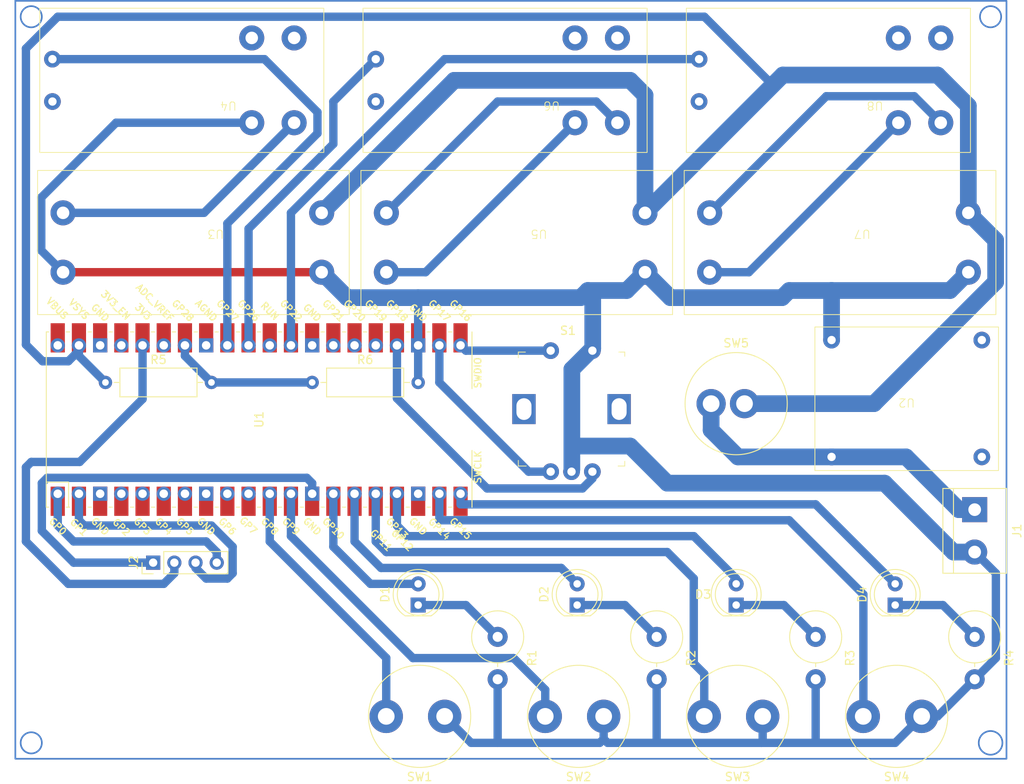
<source format=kicad_pcb>
(kicad_pcb (version 20221018) (generator pcbnew)
  (layers (0 "F.Cu" signal) (31 "B.Cu" signal) (34 "B.Paste" user) (35 "F.Paste" user) (36 "B.SilkS" user "B.Silkscreen") (37 "F.SilkS" user "F.Silkscreen") (38 "B.Mask" user) (39 "F.Mask" user) (44 "Edge.Cuts" user))
  (net 0 "")
  (net 1 "Net-(D1-K)")
  (net 2 "Net-(D2-K)")
  (net 3 "Net-(D3-K)")
  (net 4 "Net-(D4-K)")
  (net 5 "Net-(D4-A)")
  (net 6 "Net-(J1-Pin_1)")
  (net 7 "+BATT")
  (net 8 "GND")
  (net 10 "Net-(S1-CH_A)")
  (net 11 "Net-(S1-CH_B)")
  (net 12 "Net-(J2-Pin_4)")
  (net 13 "Net-(J2-Pin_3)")
  (net 14 "+3V3")
  (net 15 "Net-(U1-GPIO27_ADC1)")
  (net 25 "Net-(U1-GPIO26_ADC0)")
  (net 27 "Net-(U1-GPIO22)")
  (net 30 "Net-(U1-GPIO28_ADC2)")
  (net 36 "Net-(U3-Out+)")
  (net 40 "Net-(U5-Out-)")
  (net 41 "Net-(U5-Out+)")
  (net 45 "Net-(U7-Out-)")
  (net 46 "Net-(U7-Out+)")
  (net 51 "Net-(U1-GPIO16)")
  (net 54 "Net-(D1-A)")
  (net 55 "Net-(D2-A)")
  (net 56 "Net-(D3-A)")
  (net 57 "Net-(U1-GPIO8)")
  (net 58 "Net-(U1-GPIO12)")
  (net 59 "Net-(U1-GPIO14)")
  (net 61 "Net-(U1-GPIO9)")
  (net 62 "Net-(J2-Pin_1)")
  (footprint "MCU_RaspberryPi_and_Boards:RPi_Pico_SMD_TH" (layer "F.Cu") (at 114.3 68.58 90)
    (fp_text reference "U1" (at 0 0 90) (layer "F.SilkS"))
    (fp_text value "Pico")
    (fp_text user "GP22" (at 13.054 3.81 135) (layer "F.SilkS") (effects (font (size 0.8 0.8))))
    (fp_text user "GND" (at -12.8 6.35 135) (layer "F.SilkS") (effects (font (size 0.8 0.8))))
    (fp_text user "GP15" (at -13.054 24.13 135) (layer "F.SilkS") (effects (font (size 0.8 0.8))))
    (fp_text user "GP9" (at -12.8 3.81 135) (layer "F.SilkS") (effects (font (size 0.8 0.8))))
    (fp_text user "GP28" (at 13.054 -9.144 135) (layer "F.SilkS") (effects (font (size 0.8 0.8))))
    (fp_text user "3V3_EN" (at 13.7 -17.2 135) (layer "F.SilkS") (effects (font (size 0.8 0.8))))
    (fp_text user "VSYS" (at 13.2 -21.59 135) (layer "F.SilkS") (effects (font (size 0.8 0.8))))
    (fp_text user "GND" (at 12.8 -19.05 135) (layer "F.SilkS") (effects (font (size 0.8 0.8))))
    (fp_text user "GP14" (at -13.1 21.59 135) (layer "F.SilkS") (effects (font (size 0.8 0.8))))
    (fp_text user "GP16" (at 13.054 24.13 135) (layer "F.SilkS") (effects (font (size 0.8 0.8))))
    (fp_text user "GND" (at -12.8 19.05 135) (layer "F.SilkS") (effects (font (size 0.8 0.8))))
    (fp_text user "AGND" (at 13.054 -6.35 135) (layer "F.SilkS") (effects (font (size 0.8 0.8))))
    (fp_text user "GP7" (at -12.7 -1.3 135) (layer "F.SilkS") (effects (font (size 0.8 0.8))))
    (fp_text user "GP0" (at -12.8 -24.13 135) (layer "F.SilkS") (effects (font (size 0.8 0.8))))
    (fp_text user "SWCLK" (at -5.7 26.2 90) (layer "F.SilkS") (effects (font (size 0.8 0.8))))
    (fp_text user "GP21" (at 13.054 8.9 135) (layer "F.SilkS") (effects (font (size 0.8 0.8))))
    (fp_text user "SWDIO" (at 5.6 26.2 90) (layer "F.SilkS") (effects (font (size 0.8 0.8))))
    (fp_text user "GND" (at -12.8 -6.35 135) (layer "F.SilkS") (effects (font (size 0.8 0.8))))
    (fp_text user "GP6" (at -12.8 -3.81 135) (layer "F.SilkS") (effects (font (size 0.8 0.8))))
    (fp_text user "GP17" (at 13.054 21.59 135) (layer "F.SilkS") (effects (font (size 0.8 0.8))))
    (fp_text user "GP18" (at 13.054 16.51 135) (layer "F.SilkS") (effects (font (size 0.8 0.8))))
    (fp_text user "GP12" (at -14.47 17.145 135) (layer "F.SilkS") (effects (font (size 0.8 0.8))))
    (fp_text user "GP20" (at 13.054 11.43 135) (layer "F.SilkS") (effects (font (size 0.8 0.8))))
    (fp_text user "GP11" (at -14.47 14.605 135) (layer "F.SilkS") (effects (font (size 0.8 0.8))))
    (fp_text user "GP10" (at -13.054 8.89 135) (layer "F.SilkS") (effects (font (size 0.8 0.8))))
    (fp_text user "ADC_VREF" (at 14 -12.5 135) (layer "F.SilkS") (effects (font (size 0.8 0.8))))
    (fp_text user "GP4" (at -12.8 -11.43 135) (layer "F.SilkS") (effects (font (size 0.8 0.8))))
    (fp_text user "GP13" (at -13.054 16.51 135) (layer "F.SilkS") (effects (font (size 0.8 0.8))))
    (fp_text user "GP19" (at 13.054 13.97 135) (layer "F.SilkS") (effects (font (size 0.8 0.8))))
    (fp_text user "GP5" (at -12.8 -8.89 135) (layer "F.SilkS") (effects (font (size 0.8 0.8))))
    (fp_text user "GP2" (at -12.9 -16.51 135) (layer "F.SilkS") (effects (font (size 0.8 0.8))))
    (fp_text user "GP3" (at -12.8 -13.97 135) (layer "F.SilkS") (effects (font (size 0.8 0.8))))
    (fp_text user "GP27" (at 13.054 -3.8 135) (layer "F.SilkS") (effects (font (size 0.8 0.8))))
    (fp_text user "GND" (at 12.8 6.35 135) (layer "F.SilkS") (effects (font (size 0.8 0.8))))
    (fp_text user "VBUS" (at 13.3 -24.2 135) (layer "F.SilkS") (effects (font (size 0.8 0.8))))
    (fp_text user "GND" (at 12.8 19.05 135) (layer "F.SilkS") (effects (font (size 0.8 0.8))))
    (fp_text user "GP26" (at 13.054 -1.27 135) (layer "F.SilkS") (effects (font (size 0.8 0.8))))
    (fp_text user "GND" (at -12.8 -19.05 135) (layer "F.SilkS") (effects (font (size 0.8 0.8))))
    (fp_text user "RUN" (at 13 1.27 135) (layer "F.SilkS") (effects (font (size 0.8 0.8))))
    (fp_text user "GP1" (at -12.9 -21.6 135) (layer "F.SilkS") (effects (font (size 0.8 0.8))))
    (fp_text user "GP8" (at -12.8 1.27 135) (layer "F.SilkS") (effects (font (size 0.8 0.8))))
    (fp_text user "3V3" (at 12.9 -13.9 135) (layer "F.SilkS") (effects (font (size 0.8 0.8))))
    (pad "" np_thru_hole oval (at -2.725 -24 90) (size 1.8 1.8) (drill 1.8) (layers "*.Cu" "*.Mask"))
    (pad "" np_thru_hole oval (at -2.425 -20.97 90) (size 1.5 1.5) (drill 1.5) (layers "*.Cu" "*.Mask"))
    (pad "" np_thru_hole oval (at 2.425 -20.97 90) (size 1.5 1.5) (drill 1.5) (layers "*.Cu" "*.Mask"))
    (pad "" np_thru_hole oval (at 2.725 -24 90) (size 1.8 1.8) (drill 1.8) (layers "*.Cu" "*.Mask"))
    (pad "1" thru_hole oval (at -8.89 -24.13 90) (size 1.7 1.7) (drill 1.02) (layers "*.Cu" "*.Mask") (net 12 "Net-(J2-Pin_4)"))
    (pad "1" smd rect (at -8.89 -24.13 90) (size 3.5 1.7) (drill (offset -0.9 0)) (layers "F.Cu" "F.Mask") (net 12 "Net-(J2-Pin_4)"))
    (pad "2" thru_hole oval (at -8.89 -21.59 90) (size 1.7 1.7) (drill 1.02) (layers "*.Cu" "*.Mask") (net 13 "Net-(J2-Pin_3)"))
    (pad "2" smd rect (at -8.89 -21.59 90) (size 3.5 1.7) (drill (offset -0.9 0)) (layers "F.Cu" "F.Mask") (net 13 "Net-(J2-Pin_3)"))
    (pad "3" thru_hole rect (at -8.89 -19.05 90) (size 1.7 1.7) (drill 1.02) (layers "*.Cu" "*.Mask"))
    (pad "3" smd rect (at -8.89 -19.05 90) (size 3.5 1.7) (drill (offset -0.9 0)) (layers "F.Cu" "F.Mask"))
    (pad "4" thru_hole oval (at -8.89 -16.51 90) (size 1.7 1.7) (drill 1.02) (layers "*.Cu" "*.Mask"))
    (pad "4" smd rect (at -8.89 -16.51 90) (size 3.5 1.7) (drill (offset -0.9 0)) (layers "F.Cu" "F.Mask"))
    (pad "5" thru_hole oval (at -8.89 -13.97 90) (size 1.7 1.7) (drill 1.02) (layers "*.Cu" "*.Mask"))
    (pad "5" smd rect (at -8.89 -13.97 90) (size 3.5 1.7) (drill (offset -0.9 0)) (layers "F.Cu" "F.Mask"))
    (pad "6" thru_hole oval (at -8.89 -11.43 90) (size 1.7 1.7) (drill 1.02) (layers "*.Cu" "*.Mask"))
    (pad "6" smd rect (at -8.89 -11.43 90) (size 3.5 1.7) (drill (offset -0.9 0)) (layers "F.Cu" "F.Mask"))
    (pad "7" thru_hole oval (at -8.89 -8.89 90) (size 1.7 1.7) (drill 1.02) (layers "*.Cu" "*.Mask"))
    (pad "7" smd rect (at -8.89 -8.89 90) (size 3.5 1.7) (drill (offset -0.9 0)) (layers "F.Cu" "F.Mask"))
    (pad "8" thru_hole rect (at -8.89 -6.35 90) (size 1.7 1.7) (drill 1.02) (layers "*.Cu" "*.Mask"))
    (pad "8" smd rect (at -8.89 -6.35 90) (size 3.5 1.7) (drill (offset -0.9 0)) (layers "F.Cu" "F.Mask"))
    (pad "9" thru_hole oval (at -8.89 -3.81 90) (size 1.7 1.7) (drill 1.02) (layers "*.Cu" "*.Mask"))
    (pad "9" smd rect (at -8.89 -3.81 90) (size 3.5 1.7) (drill (offset -0.9 0)) (layers "F.Cu" "F.Mask"))
    (pad "10" thru_hole oval (at -8.89 -1.27 90) (size 1.7 1.7) (drill 1.02) (layers "*.Cu" "*.Mask"))
    (pad "10" smd rect (at -8.89 -1.27 90) (size 3.5 1.7) (drill (offset -0.9 0)) (layers "F.Cu" "F.Mask"))
    (pad "11" thru_hole oval (at -8.89 1.27 90) (size 1.7 1.7) (drill 1.02) (layers "*.Cu" "*.Mask") (net 57 "Net-(U1-GPIO8)"))
    (pad "11" smd rect (at -8.89 1.27 90) (size 3.5 1.7) (drill (offset -0.9 0)) (layers "F.Cu" "F.Mask") (net 57 "Net-(U1-GPIO8)"))
    (pad "12" thru_hole oval (at -8.89 3.81 90) (size 1.7 1.7) (drill 1.02) (layers "*.Cu" "*.Mask") (net 61 "Net-(U1-GPIO9)"))
    (pad "12" smd rect (at -8.89 3.81 90) (size 3.5 1.7) (drill (offset -0.9 0)) (layers "F.Cu" "F.Mask") (net 61 "Net-(U1-GPIO9)"))
    (pad "13" thru_hole rect (at -8.89 6.35 90) (size 1.7 1.7) (drill 1.02) (layers "*.Cu" "*.Mask") (net 62 "Net-(J2-Pin_1)"))
    (pad "13" smd rect (at -8.89 6.35 90) (size 3.5 1.7) (drill (offset -0.9 0)) (layers "F.Cu" "F.Mask") (net 62 "Net-(J2-Pin_1)"))
    (pad "14" thru_hole oval (at -8.89 8.89 90) (size 1.7 1.7) (drill 1.02) (layers "*.Cu" "*.Mask") (net 54 "Net-(D1-A)"))
    (pad "14" smd rect (at -8.89 8.89 90) (size 3.5 1.7) (drill (offset -0.9 0)) (layers "F.Cu" "F.Mask") (net 54 "Net-(D1-A)"))
    (pad "15" thru_hole oval (at -8.89 11.43 90) (size 1.7 1.7) (drill 1.02) (layers "*.Cu" "*.Mask") (net 55 "Net-(D2-A)"))
    (pad "15" smd rect (at -8.89 11.43 90) (size 3.5 1.7) (drill (offset -0.9 0)) (layers "F.Cu" "F.Mask") (net 55 "Net-(D2-A)"))
    (pad "16" thru_hole oval (at -8.89 13.97 90) (size 1.7 1.7) (drill 1.02) (layers "*.Cu" "*.Mask") (net 58 "Net-(U1-GPIO12)"))
    (pad "16" smd rect (at -8.89 13.97 90) (size 3.5 1.7) (drill (offset -0.9 0)) (layers "F.Cu" "F.Mask") (net 58 "Net-(U1-GPIO12)"))
    (pad "17" thru_hole oval (at -8.89 16.51 90) (size 1.7 1.7) (drill 1.02) (layers "*.Cu" "*.Mask") (net 56 "Net-(D3-A)"))
    (pad "17" smd rect (at -8.89 16.51 90) (size 3.5 1.7) (drill (offset -0.9 0)) (layers "F.Cu" "F.Mask") (net 56 "Net-(D3-A)"))
    (pad "18" thru_hole rect (at -8.89 19.05 90) (size 1.7 1.7) (drill 1.02) (layers "*.Cu" "*.Mask"))
    (pad "18" smd rect (at -8.89 19.05 90) (size 3.5 1.7) (drill (offset -0.9 0)) (layers "F.Cu" "F.Mask"))
    (pad "19" thru_hole oval (at -8.89 21.59 90) (size 1.7 1.7) (drill 1.02) (layers "*.Cu" "*.Mask") (net 59 "Net-(U1-GPIO14)"))
    (pad "19" smd rect (at -8.89 21.59 90) (size 3.5 1.7) (drill (offset -0.9 0)) (layers "F.Cu" "F.Mask") (net 59 "Net-(U1-GPIO14)"))
    (pad "20" thru_hole oval (at -8.89 24.13 90) (size 1.7 1.7) (drill 1.02) (layers "*.Cu" "*.Mask") (net 5 "Net-(D4-A)"))
    (pad "20" smd rect (at -8.89 24.13 90) (size 3.5 1.7) (drill (offset -0.9 0)) (layers "F.Cu" "F.Mask") (net 5 "Net-(D4-A)"))
    (pad "21" thru_hole oval (at 8.89 24.13 90) (size 1.7 1.7) (drill 1.02) (layers "*.Cu" "*.Mask") (net 51 "Net-(U1-GPIO16)"))
    (pad "21" smd rect (at 8.89 24.13 90) (size 3.5 1.7) (drill (offset 0.9 0)) (layers "F.Cu" "F.Mask") (net 51 "Net-(U1-GPIO16)"))
    (pad "22" thru_hole oval (at 8.89 21.59 90) (size 1.7 1.7) (drill 1.02) (layers "*.Cu" "*.Mask") (net 10 "Net-(S1-CH_A)"))
    (pad "22" smd rect (at 8.89 21.59 90) (size 3.5 1.7) (drill (offset 0.9 0)) (layers "F.Cu" "F.Mask") (net 10 "Net-(S1-CH_A)"))
    (pad "23" thru_hole rect (at 8.89 19.05 90) (size 1.7 1.7) (drill 1.02) (layers "*.Cu" "*.Mask") (net 8 "GND"))
    (pad "23" smd rect (at 8.89 19.05 90) (size 3.5 1.7) (drill (offset 0.9 0)) (layers "F.Cu" "F.Mask") (net 8 "GND"))
    (pad "24" thru_hole oval (at 8.89 16.51 90) (size 1.7 1.7) (drill 1.02) (layers "*.Cu" "*.Mask") (net 11 "Net-(S1-CH_B)"))
    (pad "24" smd rect (at 8.89 16.51 90) (size 3.5 1.7) (drill (offset 0.9 0)) (layers "F.Cu" "F.Mask") (net 11 "Net-(S1-CH_B)"))
    (pad "25" thru_hole oval (at 8.89 13.97 90) (size 1.7 1.7) (drill 1.02) (layers "*.Cu" "*.Mask"))
    (pad "25" smd rect (at 8.89 13.97 90) (size 3.5 1.7) (drill (offset 0.9 0)) (layers "F.Cu" "F.Mask"))
    (pad "26" thru_hole oval (at 8.89 11.43 90) (size 1.7 1.7) (drill 1.02) (layers "*.Cu" "*.Mask"))
    (pad "26" smd rect (at 8.89 11.43 90) (size 3.5 1.7) (drill (offset 0.9 0)) (layers "F.Cu" "F.Mask"))
    (pad "27" thru_hole oval (at 8.89 8.89 90) (size 1.7 1.7) (drill 1.02) (layers "*.Cu" "*.Mask"))
    (pad "27" smd rect (at 8.89 8.89 90) (size 3.5 1.7) (drill (offset 0.9 0)) (layers "F.Cu" "F.Mask"))
    (pad "28" thru_hole rect (at 8.89 6.35 90) (size 1.7 1.7) (drill 1.02) (layers "*.Cu" "*.Mask"))
    (pad "28" smd rect (at 8.89 6.35 90) (size 3.5 1.7) (drill (offset 0.9 0)) (layers "F.Cu" "F.Mask"))
    (pad "29" thru_hole oval (at 8.89 3.81 90) (size 1.7 1.7) (drill 1.02) (layers "*.Cu" "*.Mask") (net 27 "Net-(U1-GPIO22)"))
    (pad "29" smd rect (at 8.89 3.81 90) (size 3.5 1.7) (drill (offset 0.9 0)) (layers "F.Cu" "F.Mask") (net 27 "Net-(U1-GPIO22)"))
    (pad "30" thru_hole oval (at 8.89 1.27 90) (size 1.7 1.7) (drill 1.02) (layers "*.Cu" "*.Mask"))
    (pad "30" smd rect (at 8.89 1.27 90) (size 3.5 1.7) (drill (offset 0.9 0)) (layers "F.Cu" "F.Mask"))
    (pad "31" thru_hole oval (at 8.89 -1.27 90) (size 1.7 1.7) (drill 1.02) (layers "*.Cu" "*.Mask") (net 25 "Net-(U1-GPIO26_ADC0)"))
    (pad "31" smd rect (at 8.89 -1.27 90) (size 3.5 1.7) (drill (offset 0.9 0)) (layers "F.Cu" "F.Mask") (net 25 "Net-(U1-GPIO26_ADC0)"))
    (pad "32" thru_hole oval (at 8.89 -3.81 90) (size 1.7 1.7) (drill 1.02) (layers "*.Cu" "*.Mask") (net 15 "Net-(U1-GPIO27_ADC1)"))
    (pad "32" smd rect (at 8.89 -3.81 90) (size 3.5 1.7) (drill (offset 0.9 0)) (layers "F.Cu" "F.Mask") (net 15 "Net-(U1-GPIO27_ADC1)"))
    (pad "33" thru_hole rect (at 8.89 -6.35 90) (size 1.7 1.7) (drill 1.02) (layers "*.Cu" "*.Mask"))
    (pad "33" smd rect (at 8.89 -6.35 90) (size 3.5 1.7) (drill (offset 0.9 0)) (layers "F.Cu" "F.Mask"))
    (pad "34" thru_hole oval (at 8.89 -8.89 90) (size 1.7 1.7) (drill 1.02) (layers "*.Cu" "*.Mask") (net 30 "Net-(U1-GPIO28_ADC2)"))
    (pad "34" smd rect (at 8.89 -8.89 90) (size 3.5 1.7) (drill (offset 0.9 0)) (layers "F.Cu" "F.Mask") (net 30 "Net-(U1-GPIO28_ADC2)"))
    (pad "35" thru_hole oval (at 8.89 -11.43 90) (size 1.7 1.7) (drill 1.02) (layers "*.Cu" "*.Mask"))
    (pad "35" smd rect (at 8.89 -11.43 90) (size 3.5 1.7) (drill (offset 0.9 0)) (layers "F.Cu" "F.Mask"))
    (pad "36" thru_hole oval (at 8.89 -13.97 90) (size 1.7 1.7) (drill 1.02) (layers "*.Cu" "*.Mask") (net 14 "+3V3"))
    (pad "36" smd rect (at 8.89 -13.97 90) (size 3.5 1.7) (drill (offset 0.9 0)) (layers "F.Cu" "F.Mask") (net 14 "+3V3"))
    (pad "37" thru_hole oval (at 8.89 -16.51 90) (size 1.7 1.7) (drill 1.02) (layers "*.Cu" "*.Mask"))
    (pad "37" smd rect (at 8.89 -16.51 90) (size 3.5 1.7) (drill (offset 0.9 0)) (layers "F.Cu" "F.Mask"))
    (pad "38" thru_hole rect (at 8.89 -19.05 90) (size 1.7 1.7) (drill 1.02) (layers "*.Cu" "*.Mask"))
    (pad "38" smd rect (at 8.89 -19.05 90) (size 3.5 1.7) (drill (offset 0.9 0)) (layers "F.Cu" "F.Mask"))
    (pad "39" thru_hole oval (at 8.89 -21.59 90) (size 1.7 1.7) (drill 1.02) (layers "*.Cu" "*.Mask") (net 7 "+BATT"))
    (pad "39" smd rect (at 8.89 -21.59 90) (size 3.5 1.7) (drill (offset 0.9 0)) (layers "F.Cu" "F.Mask") (net 7 "+BATT"))
    (pad "40" thru_hole oval (at 8.89 -24.13 90) (size 1.7 1.7) (drill 1.02) (layers "*.Cu" "*.Mask"))
    (pad "40" smd rect (at 8.89 -24.13 90) (size 3.5 1.7) (drill (offset 0.9 0)) (layers "F.Cu" "F.Mask"))
  )
  (footprint "LED_THT:LED_D5.0mm" (layer "F.Cu") (at 171.45 90.805 90)
    (fp_text reference "D3" (at 1.27 -3.96 180) (layer "F.SilkS"))
    (fp_text value "LED3")
    (pad "1" thru_hole rect (at 0 0 90) (size 1.8 1.8) (drill 0.9) (layers "*.Cu" "*.Mask") (net 3 "Net-(D3-K)"))
    (pad "2" thru_hole circle (at 2.54 0 90) (size 1.8 1.8) (drill 0.9) (layers "*.Cu" "*.Mask") (net 56 "Net-(D3-A)"))
  )
  (footprint "Inductor_THT:L_Radial_D12.0mm_P6.00mm_MuRATA_1900R" (layer "F.Cu") (at 155.575 104.14 180)
    (fp_text reference "SW2" (at 3 -7.25) (layer "F.SilkS"))
    (fp_text value "BUTTON2")
    (pad "1" thru_hole circle (at 0 0 180) (size 4 4) (drill 2) (layers "*.Cu" "*.Mask") (net 8 "GND"))
    (pad "2" thru_hole circle (at 7 0 180) (size 4 4) (drill 2) (layers "*.Cu" "*.Mask") (net 61 "Net-(U1-GPIO9)"))
  )
  (footprint "Resistor_THT:R_Axial_DIN0617_L17.0mm_D6.0mm_P5.08mm_Vertical" (layer "F.Cu") (at 200.025 94.615 -90)
    (fp_text reference "R4" (at 2.54 -4.12 90) (layer "F.SilkS"))
    (fp_text value "R")
    (pad "1" thru_hole circle (at 0 0 270) (size 2.4 2.4) (drill 1.2) (layers "*.Cu" "*.Mask") (net 4 "Net-(D4-K)"))
    (pad "2" thru_hole oval (at 5.08 0 270) (size 2.4 2.4) (drill 1.2) (layers "*.Cu" "*.Mask") (net 8 "GND"))
  )
  (footprint "Connector_PinHeader_2.54mm:PinHeader_1x04_P2.54mm_Vertical" (layer "F.Cu") (at 101.6 85.725 90)
    (fp_text reference "J2" (at 0 -2.33 90) (layer "F.SilkS"))
    (fp_text value "Conn_01x04_Female")
    (pad "1" thru_hole rect (at 0 0 90) (size 1.7 1.7) (drill 1) (layers "*.Cu" "*.Mask") (net 62 "Net-(J2-Pin_1)"))
    (pad "2" thru_hole oval (at 0 2.54 90) (size 1.7 1.7) (drill 1) (layers "*.Cu" "*.Mask") (net 14 "+3V3"))
    (pad "3" thru_hole oval (at 0 5.08 90) (size 1.7 1.7) (drill 1) (layers "*.Cu" "*.Mask") (net 13 "Net-(J2-Pin_3)"))
    (pad "4" thru_hole oval (at 0 7.62 90) (size 1.7 1.7) (drill 1) (layers "*.Cu" "*.Mask") (net 12 "Net-(J2-Pin_4)"))
  )
  (footprint "Resistor_THT:R_Axial_DIN0617_L17.0mm_D6.0mm_P5.08mm_Vertical" (layer "F.Cu") (at 142.875 94.615 -90)
    (fp_text reference "R1" (at 2.54 -4.12 90) (layer "F.SilkS"))
    (fp_text value "R")
    (pad "1" thru_hole circle (at 0 0 270) (size 2.4 2.4) (drill 1.2) (layers "*.Cu" "*.Mask") (net 1 "Net-(D1-K)"))
    (pad "2" thru_hole oval (at 5.08 0 270) (size 2.4 2.4) (drill 1.2) (layers "*.Cu" "*.Mask") (net 8 "GND"))
  )
  (footprint "chinese_modules:charger" (layer "F.Cu") (at 191.88 66.055 180)
    (fp_text reference "U2" (at 0 -0.5 180 unlocked) (layer "F.SilkS") (effects (font (thickness 0.1))))
    (fp_text value "~")
    (pad "1" thru_hole circle (at -9 -7 180) (size 2 2) (drill 1) (layers "*.Cu" "*.Mask"))
    (pad "2" thru_hole circle (at -9 7 180) (size 2 2) (drill 1) (layers "*.Cu" "*.Mask"))
    (pad "3" thru_hole circle (at 9 -7 180) (size 2 2) (drill 1) (layers "*.Cu" "*.Mask") (net 6 "Net-(J1-Pin_1)"))
    (pad "4" thru_hole circle (at 9 7 180) (size 2 2) (drill 1) (layers "*.Cu" "*.Mask") (net 8 "GND"))
  )
  (footprint "digikey-footprints:Rotary_Encoder_Switched_PEC11R" (layer "F.Cu") (at 146.025 67.325)
    (fp_text reference "S1" (at 5.275 -9.4) (layer "F.SilkS"))
    (fp_text value "ENCODER")
    (pad "1" thru_hole circle (at 3.2 -7) (size 2 2) (drill 1) (layers "*.Cu" "*.Mask") (net 51 "Net-(U1-GPIO16)"))
    (pad "2" thru_hole circle (at 8.2 -7) (size 2 2) (drill 1) (layers "*.Cu" "*.Mask") (net 8 "GND"))
    (pad "3" thru_hole rect (at 0 0) (size 2.8 3.6) (drill oval 1.8 2.6) (layers "*.Cu" "*.Mask"))
    (pad "3" thru_hole rect (at 11.4 0) (size 2.8 3.6) (drill oval 1.8 2.6) (layers "*.Cu" "*.Mask"))
    (pad "A" thru_hole circle (at 3.2 7.5) (size 2 2) (drill 1) (layers "*.Cu" "*.Mask") (net 10 "Net-(S1-CH_A)"))
    (pad "B" thru_hole circle (at 8.2 7.5) (size 2 2) (drill 1) (layers "*.Cu" "*.Mask") (net 11 "Net-(S1-CH_B)"))
    (pad "C" thru_hole circle (at 5.7 7.5) (size 2 2) (drill 1) (layers "*.Cu" "*.Mask") (net 8 "GND"))
  )
  (footprint "chinese_modules:dc-dc module" (layer "F.Cu") (at 186.563 45.847 180)
    (fp_text reference "U7" (at 0 -0.5 180 unlocked) (layer "F.SilkS") (effects (font (thickness 0.1))))
    (fp_text value "~")
    (pad "1" thru_hole circle (at -12.7 -5.08 180) (size 3 3) (drill 1.5) (layers "*.Cu" "*.Mask") (net 8 "GND"))
    (pad "2" thru_hole circle (at -12.7 2.032 180) (size 3 3) (drill 1.5) (layers "*.Cu" "*.Mask") (net 7 "+BATT"))
    (pad "3" thru_hole circle (at 18.288 -5.08 180) (size 3 3) (drill 1.5) (layers "*.Cu" "*.Mask") (net 45 "Net-(U7-Out-)"))
    (pad "4" thru_hole circle (at 18.288 2.032 180) (size 3 3) (drill 1.5) (layers "*.Cu" "*.Mask") (net 46 "Net-(U7-Out+)"))
  )
  (footprint "Inductor_THT:L_Radial_D12.0mm_P6.00mm_MuRATA_1900R" (layer "F.Cu") (at 168.45 66.675)
    (fp_text reference "SW5" (at 3 -7.25) (layer "F.SilkS"))
    (fp_text value "POWER_SW")
    (pad "1" thru_hole circle (at 0 0) (size 3.5 3.5) (drill 2) (layers "*.Cu" "*.Mask") (net 6 "Net-(J1-Pin_1)"))
    (pad "2" thru_hole circle (at 4 0) (size 3.5 3.5) (drill 2) (layers "*.Cu" "*.Mask") (net 7 "+BATT"))
  )
  (footprint "chinese_modules:xy-mos" (layer "F.Cu") (at 199.517 19.304 180)
    (fp_text reference "U8" (at 11.43 -11.676 180 unlocked) (layer "F.SilkS") (effects (font (thickness 0.1))))
    (fp_text value "~")
    (pad "1" thru_hole circle (at 3.556 -13.716 180) (size 3 3) (drill 1.5) (layers "*.Cu" "*.Mask") (net 46 "Net-(U7-Out+)"))
    (pad "2" thru_hole circle (at 8.636 -13.716 180) (size 3 3) (drill 1.5) (layers "*.Cu" "*.Mask") (net 45 "Net-(U7-Out-)"))
    (pad "3" thru_hole circle (at 3.556 -3.556 180) (size 3 3) (drill 1.5) (layers "*.Cu" "*.Mask"))
    (pad "4" thru_hole circle (at 8.636 -3.556 180) (size 3 3) (drill 1.5) (layers "*.Cu" "*.Mask"))
    (pad "5" thru_hole circle (at 32.512 -11.176 180) (size 2 2) (drill 1) (layers "*.Cu" "*.Mask"))
    (pad "6" thru_hole circle (at 32.512 -6.096 180) (size 2 2) (drill 1) (layers "*.Cu" "*.Mask") (net 27 "Net-(U1-GPIO22)"))
  )
  (footprint "TerminalBlock:TerminalBlock_bornier-2_P5.08mm" (layer "F.Cu") (at 200.025 79.375 -90)
    (fp_text reference "J1" (at 2.54 -5.08 90) (layer "F.SilkS"))
    (fp_text value "BATTERY")
    (pad "1" thru_hole rect (at 0 0 270) (size 3 3) (drill 1.52) (layers "*.Cu" "*.Mask") (net 6 "Net-(J1-Pin_1)"))
    (pad "2" thru_hole circle (at 5.08 0 270) (size 3 3) (drill 1.52) (layers "*.Cu" "*.Mask") (net 8 "GND"))
  )
  (footprint "chinese_modules:xy-mos" (layer "F.Cu") (at 160.782 19.304 180)
    (fp_text reference "U6" (at 11.43 -11.676 180 unlocked) (layer "F.SilkS") (effects (font (thickness 0.1))))
    (fp_text value "~")
    (pad "1" thru_hole circle (at 3.556 -13.716 180) (size 3 3) (drill 1.5) (layers "*.Cu" "*.Mask") (net 41 "Net-(U5-Out+)"))
    (pad "2" thru_hole circle (at 8.636 -13.716 180) (size 3 3) (drill 1.5) (layers "*.Cu" "*.Mask") (net 40 "Net-(U5-Out-)"))
    (pad "3" thru_hole circle (at 3.556 -3.556 180) (size 3 3) (drill 1.5) (layers "*.Cu" "*.Mask"))
    (pad "4" thru_hole circle (at 8.636 -3.556 180) (size 3 3) (drill 1.5) (layers "*.Cu" "*.Mask"))
    (pad "5" thru_hole circle (at 32.512 -11.176 180) (size 2 2) (drill 1) (layers "*.Cu" "*.Mask"))
    (pad "6" thru_hole circle (at 32.512 -6.096 180) (size 2 2) (drill 1) (layers "*.Cu" "*.Mask") (net 25 "Net-(U1-GPIO26_ADC0)"))
  )
  (footprint "Inductor_THT:L_Radial_D12.0mm_P6.00mm_MuRATA_1900R" (layer "F.Cu") (at 136.525 104.14 180)
    (fp_text reference "SW1" (at 3 -7.25) (layer "F.SilkS"))
    (fp_text value "BUTTON1")
    (pad "1" thru_hole circle (at 0 0 180) (size 4 4) (drill 2) (layers "*.Cu" "*.Mask") (net 8 "GND"))
    (pad "2" thru_hole circle (at 7 0 180) (size 4 4) (drill 2) (layers "*.Cu" "*.Mask") (net 57 "Net-(U1-GPIO8)"))
  )
  (footprint "LED_THT:LED_D5.0mm" (layer "F.Cu") (at 133.35 90.805 90)
    (fp_text reference "D1" (at 1.27 -3.96 90) (layer "F.SilkS"))
    (fp_text value "LED1")
    (pad "1" thru_hole rect (at 0 0 90) (size 1.8 1.8) (drill 0.9) (layers "*.Cu" "*.Mask") (net 1 "Net-(D1-K)"))
    (pad "2" thru_hole circle (at 2.54 0 90) (size 1.8 1.8) (drill 0.9) (layers "*.Cu" "*.Mask") (net 54 "Net-(D1-A)"))
  )
  (footprint "LED_THT:LED_D5.0mm" (layer "F.Cu") (at 190.5 90.805 90)
    (fp_text reference "D4" (at 1.27 -3.96 90) (layer "F.SilkS"))
    (fp_text value "LED4")
    (pad "1" thru_hole rect (at 0 0 90) (size 1.8 1.8) (drill 0.9) (layers "*.Cu" "*.Mask") (net 4 "Net-(D4-K)"))
    (pad "2" thru_hole circle (at 2.54 0 90) (size 1.8 1.8) (drill 0.9) (layers "*.Cu" "*.Mask") (net 5 "Net-(D4-A)"))
  )
  (footprint "Resistor_THT:R_Axial_DIN0617_L17.0mm_D6.0mm_P5.08mm_Vertical" (layer "F.Cu") (at 180.975 94.615 -90)
    (fp_text reference "R3" (at 2.54 -4.12 90) (layer "F.SilkS"))
    (fp_text value "R")
    (pad "1" thru_hole circle (at 0 0 270) (size 2.4 2.4) (drill 1.2) (layers "*.Cu" "*.Mask") (net 3 "Net-(D3-K)"))
    (pad "2" thru_hole oval (at 5.08 0 270) (size 2.4 2.4) (drill 1.2) (layers "*.Cu" "*.Mask") (net 8 "GND"))
  )
  (footprint "Resistor_THT:R_Axial_DIN0309_L9.0mm_D3.2mm_P12.70mm_Horizontal" (layer "F.Cu") (at 120.65 64.135)
    (fp_text reference "R6" (at 6.35 -2.72) (layer "F.SilkS"))
    (fp_text value "R")
    (pad "1" thru_hole circle (at 0 0) (size 1.6 1.6) (drill 0.8) (layers "*.Cu" "*.Mask") (net 30 "Net-(U1-GPIO28_ADC2)"))
    (pad "2" thru_hole oval (at 12.7 0) (size 1.6 1.6) (drill 0.8) (layers "*.Cu" "*.Mask") (net 8 "GND"))
  )
  (footprint "LED_THT:LED_D5.0mm" (layer "F.Cu") (at 152.4 90.805 90)
    (fp_text reference "D2" (at 1.27 -3.96 90) (layer "F.SilkS"))
    (fp_text value "LED2")
    (pad "1" thru_hole rect (at 0 0 90) (size 1.8 1.8) (drill 0.9) (layers "*.Cu" "*.Mask") (net 2 "Net-(D2-K)"))
    (pad "2" thru_hole circle (at 2.54 0 90) (size 1.8 1.8) (drill 0.9) (layers "*.Cu" "*.Mask") (net 55 "Net-(D2-A)"))
  )
  (footprint "Inductor_THT:L_Radial_D12.0mm_P6.00mm_MuRATA_1900R" (layer "F.Cu") (at 174.625 104.14 180)
    (fp_text reference "SW3" (at 3 -7.25) (layer "F.SilkS"))
    (fp_text value "BUTTON3")
    (pad "1" thru_hole circle (at 0 0 180) (size 4 4) (drill 2) (layers "*.Cu" "*.Mask") (net 8 "GND"))
    (pad "2" thru_hole circle (at 7 0 180) (size 4 4) (drill 2) (layers "*.Cu" "*.Mask") (net 58 "Net-(U1-GPIO12)"))
  )
  (footprint "Resistor_THT:R_Axial_DIN0617_L17.0mm_D6.0mm_P5.08mm_Vertical" (layer "F.Cu") (at 161.925 94.615 -90)
    (fp_text reference "R2" (at 2.54 -4.12 90) (layer "F.SilkS"))
    (fp_text value "R")
    (pad "1" thru_hole circle (at 0 0 270) (size 2.4 2.4) (drill 1.2) (layers "*.Cu" "*.Mask") (net 2 "Net-(D2-K)"))
    (pad "2" thru_hole oval (at 5.08 0 270) (size 2.4 2.4) (drill 1.2) (layers "*.Cu" "*.Mask") (net 8 "GND"))
  )
  (footprint "chinese_modules:dc-dc module" (layer "F.Cu") (at 147.828 45.847 180)
    (fp_text reference "U5" (at 0 -0.5 180 unlocked) (layer "F.SilkS") (effects (font (thickness 0.1))))
    (fp_text value "~")
    (pad "1" thru_hole circle (at -12.7 -5.08 180) (size 3 3) (drill 1.5) (layers "*.Cu" "*.Mask") (net 8 "GND"))
    (pad "2" thru_hole circle (at -12.7 2.032 180) (size 3 3) (drill 1.5) (layers "*.Cu" "*.Mask") (net 7 "+BATT"))
    (pad "3" thru_hole circle (at 18.288 -5.08 180) (size 3 3) (drill 1.5) (layers "*.Cu" "*.Mask") (net 40 "Net-(U5-Out-)"))
    (pad "4" thru_hole circle (at 18.288 2.032 180) (size 3 3) (drill 1.5) (layers "*.Cu" "*.Mask") (net 41 "Net-(U5-Out+)"))
  )
  (footprint "chinese_modules:xy-mos" (layer "F.Cu") (at 122.047 19.304 180)
    (fp_text reference "U4" (at 11.43 -11.676 180 unlocked) (layer "F.SilkS") (effects (font (thickness 0.1))))
    (fp_text value "~")
    (pad "1" thru_hole circle (at 3.556 -13.716 180) (size 3 3) (drill 1.5) (layers "*.Cu" "*.Mask") (net 36 "Net-(U3-Out+)"))
    (pad "2" thru_hole circle (at 8.636 -13.716 180) (size 3 3) (drill 1.5) (layers "*.Cu" "*.Mask") (net 8 "GND"))
    (pad "3" thru_hole circle (at 3.556 -3.556 180) (size 3 3) (drill 1.5) (layers "*.Cu" "*.Mask"))
    (pad "4" thru_hole circle (at 8.636 -3.556 180) (size 3 3) (drill 1.5) (layers "*.Cu" "*.Mask"))
    (pad "5" thru_hole circle (at 32.512 -11.176 180) (size 2 2) (drill 1) (layers "*.Cu" "*.Mask"))
    (pad "6" thru_hole circle (at 32.512 -6.096 180) (size 2 2) (drill 1) (layers "*.Cu" "*.Mask") (net 15 "Net-(U1-GPIO27_ADC1)"))
  )
  (footprint "Inductor_THT:L_Radial_D12.0mm_P6.00mm_MuRATA_1900R" (layer "F.Cu") (at 193.675 104.14 180)
    (fp_text reference "SW4" (at 3 -7.25) (layer "F.SilkS"))
    (fp_text value "BUTTON4")
    (pad "1" thru_hole circle (at 0 0 180) (size 4 4) (drill 2) (layers "*.Cu" "*.Mask") (net 8 "GND"))
    (pad "2" thru_hole circle (at 7 0 180) (size 4 4) (drill 2) (layers "*.Cu" "*.Mask") (net 59 "Net-(U1-GPIO14)"))
  )
  (footprint "Resistor_THT:R_Axial_DIN0309_L9.0mm_D3.2mm_P12.70mm_Horizontal" (layer "F.Cu") (at 95.885 64.135)
    (fp_text reference "R5" (at 6.35 -2.72) (layer "F.SilkS"))
    (fp_text value "R")
    (pad "1" thru_hole circle (at 0 0) (size 1.6 1.6) (drill 0.8) (layers "*.Cu" "*.Mask") (net 7 "+BATT"))
    (pad "2" thru_hole oval (at 12.7 0) (size 1.6 1.6) (drill 0.8) (layers "*.Cu" "*.Mask") (net 30 "Net-(U1-GPIO28_ADC2)"))
  )
  (footprint "chinese_modules:dc-dc module" (layer "F.Cu") (at 109.093 45.847 180)
    (fp_text reference "U3" (at 0 -0.5 180 unlocked) (layer "F.SilkS") (effects (font (thickness 0.1))))
    (fp_text value "~")
    (pad "1" thru_hole circle (at -12.7 -5.08 180) (size 3 3) (drill 1.5) (layers "*.Cu" "*.Mask") (net 8 "GND"))
    (pad "2" thru_hole circle (at -12.7 2.032 180) (size 3 3) (drill 1.5) (layers "*.Cu" "*.Mask") (net 7 "+BATT"))
    (pad "3" thru_hole circle (at 18.288 -5.08 180) (size 3 3) (drill 1.5) (layers "*.Cu" "*.Mask") (net 8 "GND"))
    (pad "4" thru_hole circle (at 18.288 2.032 180) (size 3 3) (drill 1.5) (layers "*.Cu" "*.Mask") (net 36 "Net-(U3-Out+)"))
  )
  (gr_circle (center 86.995 107.315) (end 88.265 107.315) (stroke (width 0.2)) (fill none) (layer "B.Cu"))
  (gr_circle (center 201.93 20.32) (end 203.2 20.32) (stroke (width 0.2)) (fill none) (layer "B.Cu"))
  (gr_rect (start 85.09 18.415) (end 203.835 109.22) (stroke (width 0.2)) (fill none) (layer "B.Cu"))
  (gr_circle (center 201.93 107.315) (end 203.2 106.68) (stroke (width 0.2)) (fill none) (layer "B.Cu"))
  (gr_circle (center 86.995 20.32) (end 88.265 20.32) (stroke (width 0.2)) (fill none) (layer "B.Cu"))
  (segment (start 139.065 90.805) (end 142.875 94.615) (width 1) (layer "B.Cu") (net 1))
  (segment (start 133.35 90.805) (end 139.065 90.805) (width 1) (layer "B.Cu") (net 1))
  (segment (start 158.115 90.805) (end 161.925 94.615) (width 1) (layer "B.Cu") (net 2))
  (segment (start 152.4 90.805) (end 158.115 90.805) (width 1) (layer "B.Cu") (net 2))
  (segment (start 177.165 90.805) (end 180.975 94.615) (width 1) (layer "B.Cu") (net 3))
  (segment (start 171.45 90.805) (end 177.165 90.805) (width 1) (layer "B.Cu") (net 3))
  (segment (start 190.5 90.805) (end 196.215 90.805) (width 1) (layer "B.Cu") (net 4))
  (segment (start 196.215 90.805) (end 200.025 94.615) (width 1) (layer "B.Cu") (net 4))
  (segment (start 138.43 78.74) (end 138.43 77.47) (width 1) (layer "B.Cu") (net 5))
  (segment (start 190.5 88.265) (end 180.975 78.74) (width 1) (layer "B.Cu") (net 5))
  (segment (start 180.975 78.74) (end 138.43 78.74) (width 1) (layer "B.Cu") (net 5))
  (segment (start 168.45 66.675) (end 168.45 69.85) (width 2) (layer "B.Cu") (net 6))
  (segment (start 182.88 73.055) (end 191.8 73.055) (width 2) (layer "B.Cu") (net 6))
  (segment (start 171.655 73.055) (end 168.45 69.85) (width 2) (layer "B.Cu") (net 6))
  (segment (start 191.8 73.055) (end 198.12 79.375) (width 2) (layer "B.Cu") (net 6))
  (segment (start 182.88 73.055) (end 171.655 73.055) (width 2) (layer "B.Cu") (net 6))
  (segment (start 198.12 79.375) (end 200.025 79.375) (width 2) (layer "B.Cu") (net 6))
  (segment (start 199.263 30.988) (end 199.263 43.815) (width 2) (layer "B.Cu") (net 7))
  (segment (start 86.36 24.13) (end 90.17 20.32) (width 1) (layer "B.Cu") (net 7))
  (segment (start 86.36 59.605688) (end 86.36 24.13) (width 1) (layer "B.Cu") (net 7))
  (segment (start 121.793 43.815) (end 137.668 27.94) (width 2) (layer "B.Cu") (net 7))
  (segment (start 88.349312 61.595) (end 86.36 59.605688) (width 1) (layer "B.Cu") (net 7))
  (segment (start 160.528 29.718) (end 160.528 43.815) (width 2) (layer "B.Cu") (net 7))
  (segment (start 92.71 59.69) (end 92.71 60.325) (width 1) (layer "B.Cu") (net 7))
  (segment (start 177.038 27.305) (end 195.58 27.305) (width 2) (layer "B.Cu") (net 7))
  (segment (start 195.58 27.305) (end 199.263 30.988) (width 2) (layer "B.Cu") (net 7))
  (segment (start 158.75 27.94) (end 160.528 29.718) (width 2) (layer "B.Cu") (net 7))
  (segment (start 92.71 59.69) (end 92.71 60.96) (width 1) (layer "B.Cu") (net 7))
  (segment (start 199.263 43.815) (end 202.535 47.087) (width 2) (layer "B.Cu") (net 7))
  (segment (start 91.44 61.595) (end 88.349312 61.595) (width 1) (layer "B.Cu") (net 7))
  (segment (start 187.96 66.675) (end 172.45 66.675) (width 2) (layer "B.Cu") (net 7))
  (segment (start 90.17 20.32) (end 167.64 20.32) (width 1) (layer "B.Cu") (net 7))
  (segment (start 137.668 27.94) (end 158.75 27.94) (width 2) (layer "B.Cu") (net 7))
  (segment (start 202.535 52.1) (end 187.96 66.675) (width 2) (layer "B.Cu") (net 7))
  (segment (start 92.71 60.96) (end 95.885 64.135) (width 1) (layer "B.Cu") (net 7))
  (segment (start 167.64 20.32) (end 175.895 28.575) (width 1) (layer "B.Cu") (net 7))
  (segment (start 160.528 43.815) (end 177.038 27.305) (width 2) (layer "B.Cu") (net 7))
  (segment (start 202.535 47.087) (end 202.535 52.1) (width 2) (layer "B.Cu") (net 7))
  (segment (start 92.71 60.325) (end 91.44 61.595) (width 1) (layer "B.Cu") (net 7))
  (segment (start 90.805 50.927) (end 121.793 50.927) (width 1) (layer "F.Cu") (net 8))
  (segment (start 163.195 76.2) (end 189.23 76.2) (width 2) (layer "B.Cu") (net 8))
  (segment (start 154.265 60.06) (end 151.765 62.56) (width 2) (layer "B.Cu") (net 8))
  (segment (start 133.35 64.135) (end 133.35 59.69) (width 1) (layer "B.Cu") (net 8))
  (segment (start 202.565 86.995) (end 202.565 97.155) (width 1) (layer "B.Cu") (net 8))
  (segment (start 195.58 104.14) (end 200.025 99.695) (width 1) (layer "B.Cu") (net 8))
  (segment (start 154.265 60.06) (end 154.265 53.716877) (width 2) (layer "B.Cu") (net 8))
  (segment (start 174.625 104.14) (end 174.625 107.155) (width 1) (layer "B.Cu") (net 8))
  (segment (start 142.875 107.315) (end 142.875 99.695) (width 1) (layer "B.Cu") (net 8))
  (segment (start 176.946877 53.975) (end 177.8 53.121877) (width 2) (layer "B.Cu") (net 8))
  (segment (start 155.575 106.84) (end 156.05 107.315) (width 1) (layer "B.Cu") (net 8))
  (segment (start 160.528 50.927) (end 163.576 53.975) (width 2) (layer "B.Cu") (net 8))
  (segment (start 152.816877 53.975) (end 153.67 53.121877) (width 2) (layer "B.Cu") (net 8))
  (segment (start 156.05 107.315) (end 174.465 107.315) (width 1) (layer "B.Cu") (net 8))
  (segment (start 153.67 53.121877) (end 158.333123 53.121877) (width 2) (layer "B.Cu") (net 8))
  (segment (start 158.75 71.755) (end 163.195 76.2) (width 2) (layer "B.Cu") (net 8))
  (segment (start 88.195 41.98) (end 97.155 33.02) (width 1) (layer "B.Cu") (net 8))
  (segment (start 155.575 104.14) (end 155.575 106.84) (width 1) (layer "B.Cu") (net 8))
  (segment (start 202.565 97.155) (end 200.025 99.695) (width 1) (layer "B.Cu") (net 8))
  (segment (start 136.525 104.14) (end 139.7 107.315) (width 1) (layer "B.Cu") (net 8))
  (segment (start 190.5 107.315) (end 193.675 104.14) (width 1) (layer "B.Cu") (net 8))
  (segment (start 151.725 74.825) (end 151.725 72.43) (width 1) (layer "B.Cu") (net 8))
  (segment (start 90.805 50.927) (end 88.195 48.317) (width 1) (layer "B.Cu") (net 8))
  (segment (start 177.8 53.121877) (end 182.88 53.121877) (width 2) (layer "B.Cu") (net 8))
  (segment (start 121.793 50.927) (end 124.841 53.975) (width 2) (layer "B.Cu") (net 8))
  (segment (start 200.025 84.455) (end 202.565 86.995) (width 1) (layer "B.Cu") (net 8))
  (segment (start 154.265 53.716877) (end 153.67 53.121877) (width 2) (layer "B.Cu") (net 8))
  (segment (start 151.725 72.43) (end 152.4 71.755) (width 1) (layer "B.Cu") (net 8))
  (segment (start 189.23 76.2) (end 197.485 84.455) (width 2) (layer "B.Cu") (net 8))
  (segment (start 133.35 53.975) (end 152.816877 53.975) (width 2) (layer "B.Cu") (net 8))
  (segment (start 133.35 59.69) (end 133.35 53.975) (width 1) (layer "B.Cu") (net 8))
  (segment (start 161.925 99.695) (end 161.925 106.84) (width 1) (layer "B.Cu") (net 8))
  (segment (start 197.485 84.455) (end 200.025 84.455) (width 2) (layer "B.Cu") (net 8))
  (segment (start 88.195 48.317) (end 88.195 41.98) (width 1) (layer "B.Cu") (net 8))
  (segment (start 174.625 107.155) (end 174.465 107.315) (width 1) (layer "B.Cu") (net 8))
  (segment (start 182.88 53.121877) (end 182.88 59.055) (width 2) (layer "B.Cu") (net 8))
  (segment (start 124.841 53.975) (end 133.35 53.975) (width 2) (layer "B.Cu") (net 8))
  (segment (start 152.4 71.755) (end 158.75 71.755) (width 2) (layer "B.Cu") (net 8))
  (segment (start 151.765 62.56) (end 151.765 74.56) (width 2) (layer "B.Cu") (net 8))
  (segment (start 182.88 53.121877) (end 197.068123 53.121877) (width 2) (layer "B.Cu") (net 8))
  (segment (start 174.465 107.315) (end 190.5 107.315) (width 1) (layer "B.Cu") (net 8))
  (segment (start 139.7 107.315) (end 155.1 107.315) (width 1) (layer "B.Cu") (net 8))
  (segment (start 197.068123 53.121877) (end 199.263 50.927) (width 2) (layer "B.Cu") (net 8))
  (segment (start 155.1 107.315) (end 155.575 106.84) (width 1) (layer "B.Cu") (net 8))
  (segment (start 158.333123 53.121877) (end 160.528 50.927) (width 2) (layer "B.Cu") (net 8))
  (segment (start 163.576 53.975) (end 176.946877 53.975) (width 2) (layer "B.Cu") (net 8))
  (segment (start 97.155 33.02) (end 113.411 33.02) (width 1) (layer "B.Cu") (net 8))
  (segment (start 180.975 99.695) (end 180.975 106.84) (width 1) (layer "B.Cu") (net 8))
  (segment (start 193.675 104.14) (end 195.58 104.14) (width 1) (layer "B.Cu") (net 8))
  (segment (start 146.58 74.825) (end 149.225 74.825) (width 1) (layer "B.Cu") (net 10))
  (segment (start 135.89 64.135) (end 146.58 74.825) (width 1) (layer "B.Cu") (net 10))
  (segment (start 135.89 59.69) (end 135.89 64.135) (width 1) (layer "B.Cu") (net 10))
  (segment (start 141.605 76.835) (end 153.035 76.835) (width 1) (layer "B.Cu") (net 11))
  (segment (start 130.81 66.04) (end 141.605 76.835) (width 1) (layer "B.Cu") (net 11))
  (segment (start 130.81 59.69) (end 130.81 66.04) (width 1) (layer "B.Cu") (net 11))
  (segment (start 153.035 76.835) (end 154.225 75.645) (width 1) (layer "B.Cu") (net 11))
  (segment (start 154.225 75.645) (end 154.225 74.825) (width 1) (layer "B.Cu") (net 11))
  (segment (start 107.95 83.185) (end 109.22 84.455) (width 1) (layer "B.Cu") (net 12))
  (segment (start 109.22 84.455) (end 109.22 85.725) (width 1) (layer "B.Cu") (net 12))
  (segment (start 90.17 77.47) (end 90.17 81.28) (width 1) (layer "B.Cu") (net 12))
  (segment (start 92.075 83.185) (end 107.95 83.185) (width 1) (layer "B.Cu") (net 12))
  (segment (start 90.17 81.28) (end 92.075 83.185) (width 1) (layer "B.Cu") (net 12))
  (segment (start 111.125 83.82) (end 108.585 81.28) (width 1) (layer "B.Cu") (net 13))
  (segment (start 108.585 81.28) (end 93.345 81.28) (width 1) (layer "B.Cu") (net 13))
  (segment (start 111.125 86.995) (end 111.125 83.82) (width 1) (layer "B.Cu") (net 13))
  (segment (start 106.68 85.725) (end 106.68 86.36) (width 1) (layer "B.Cu") (net 13))
  (segment (start 106.68 86.36) (end 107.95 87.63) (width 1) (layer "B.Cu") (net 13))
  (segment (start 110.49 87.63) (end 111.125 86.995) (width 1) (layer "B.Cu") (net 13))
  (segment (start 92.71 80.645) (end 92.71 77.47) (width 1) (layer "B.Cu") (net 13))
  (segment (start 93.345 81.28) (end 92.71 80.645) (width 1) (layer "B.Cu") (net 13))
  (segment (start 107.95 87.63) (end 110.49 87.63) (width 1) (layer "B.Cu") (net 13))
  (segment (start 86.36 83.185) (end 86.36 74.295) (width 1) (layer "B.Cu") (net 14))
  (segment (start 92.79632 73.66) (end 100.33 66.12632) (width 1) (layer "B.Cu") (net 14))
  (segment (start 91.44 88.265) (end 86.36 83.185) (width 1) (layer "B.Cu") (net 14))
  (segment (start 104.14 85.725) (end 104.14 86.995) (width 1) (layer "B.Cu") (net 14))
  (segment (start 104.14 86.995) (end 102.87 88.265) (width 1) (layer "B.Cu") (net 14))
  (segment (start 100.33 66.12632) (end 100.33 59.69) (width 1) (layer "B.Cu") (net 14))
  (segment (start 102.87 88.265) (end 91.44 88.265) (width 1) (layer "B.Cu") (net 14))
  (segment (start 86.995 73.66) (end 92.79632 73.66) (width 1) (layer "B.Cu") (net 14))
  (segment (start 86.36 74.295) (end 86.995 73.66) (width 1) (layer "B.Cu") (net 14))
  (segment (start 121.285 31.75) (end 121.285 34.29) (width 1) (layer "B.Cu") (net 15))
  (segment (start 114.935 25.4) (end 121.285 31.75) (width 1) (layer "B.Cu") (net 15))
  (segment (start 121.285 34.29) (end 110.49 45.085) (width 1) (layer "B.Cu") (net 15))
  (segment (start 89.535 25.4) (end 114.935 25.4) (width 1) (layer "B.Cu") (net 15))
  (segment (start 110.49 45.085) (end 110.49 59.69) (width 1) (layer "B.Cu") (net 15))
  (segment (start 113.03 45.72) (end 123.19 35.56) (width 1) (layer "B.Cu") (net 25))
  (segment (start 123.19 35.56) (end 123.19 30.48) (width 1) (layer "B.Cu") (net 25))
  (segment (start 113.03 59.69) (end 113.03 45.72) (width 1) (layer "B.Cu") (net 25))
  (segment (start 123.19 30.48) (end 128.27 25.4) (width 1) (layer "B.Cu") (net 25))
  (segment (start 167.005 25.4) (end 136.525 25.4) (width 1) (layer "B.Cu") (net 27))
  (segment (start 118.11 43.815) (end 118.11 59.69) (width 1) (layer "B.Cu") (net 27))
  (segment (start 136.525 25.4) (end 118.11 43.815) (width 1) (layer "B.Cu") (net 27))
  (segment (start 108.585 64.135) (end 105.41 60.96) (width 1) (layer "B.Cu") (net 30))
  (segment (start 108.585 64.135) (end 120.65 64.135) (width 1) (layer "B.Cu") (net 30))
  (segment (start 105.41 60.96) (end 105.41 59.69) (width 1) (layer "B.Cu") (net 30))
  (segment (start 107.696 43.815) (end 118.491 33.02) (width 1) (layer "B.Cu") (net 36))
  (segment (start 90.805 43.815) (end 107.696 43.815) (width 1) (layer "B.Cu") (net 36))
  (segment (start 129.54 50.927) (end 134.239 50.927) (width 1) (layer "B.Cu") (net 40))
  (segment (start 134.239 50.927) (end 152.146 33.02) (width 1) (layer "B.Cu") (net 40))
  (segment (start 129.54 43.815) (end 142.875 30.48) (width 1) (layer "B.Cu") (net 41))
  (segment (start 154.686 30.48) (end 157.226 33.02) (width 1) (layer "B.Cu") (net 41))
  (segment (start 142.875 30.48) (end 154.686 30.48) (width 1) (layer "B.Cu") (net 41))
  (segment (start 172.974 50.927) (end 190.881 33.02) (width 1) (layer "B.Cu") (net 45))
  (segment (start 168.275 50.927) (end 172.974 50.927) (width 1) (layer "B.Cu") (net 45))
  (segment (start 192.786 29.845) (end 195.961 33.02) (width 1) (layer "B.Cu") (net 46))
  (segment (start 182.245 29.845) (end 192.786 29.845) (width 1) (layer "B.Cu") (net 46))
  (segment (start 168.275 43.815) (end 182.245 29.845) (width 1) (layer "B.Cu") (net 46))
  (segment (start 139.065 60.325) (end 138.43 59.69) (width 1) (layer "B.Cu") (net 51))
  (segment (start 149.225 60.325) (end 139.065 60.325) (width 1) (layer "B.Cu") (net 51))
  (segment (start 123.19 83.82) (end 123.19 77.47) (width 1) (layer "B.Cu") (net 54))
  (segment (start 127.635 88.265) (end 123.19 83.82) (width 1) (layer "B.Cu") (net 54))
  (segment (start 133.35 88.265) (end 127.635 88.265) (width 1) (layer "B.Cu") (net 54))
  (segment (start 152.4 88.265) (end 150.495 86.36) (width 1) (layer "B.Cu") (net 55))
  (segment (start 125.73 83.185) (end 125.73 77.47) (width 1) (layer "B.Cu") (net 55))
  (segment (start 150.495 86.36) (end 128.905 86.36) (width 1) (layer "B.Cu") (net 55))
  (segment (start 128.905 86.36) (end 125.73 83.185) (width 1) (layer "B.Cu") (net 55))
  (segment (start 130.81 81.28) (end 130.81 77.47) (width 1) (layer "B.Cu") (net 56))
  (segment (start 166.37 82.55) (end 132.08 82.55) (width 1) (layer "B.Cu") (net 56))
  (segment (start 132.08 82.55) (end 130.81 81.28) (width 1) (layer "B.Cu") (net 56))
  (segment (start 171.45 87.63) (end 166.37 82.55) (width 1) (layer "B.Cu") (net 56))
  (segment (start 171.45 88.265) (end 171.45 87.63) (width 1) (layer "B.Cu") (net 56))
  (segment (start 115.57 77.47) (end 115.57 83.185) (width 1) (layer "B.Cu") (net 57))
  (segment (start 129.525 97.14) (end 129.525 104.14) (width 1) (layer "B.Cu") (net 57))
  (segment (start 115.57 83.185) (end 129.525 97.14) (width 1) (layer "B.Cu") (net 57))
  (segment (start 129.54 84.455) (end 128.27 83.185) (width 1) (layer "B.Cu") (net 58))
  (segment (start 167.625 103.505) (end 167.625 99.045) (width 1) (layer "B.Cu") (net 58))
  (segment (start 167.625 99.045) (end 166.37 97.79) (width 1) (layer "B.Cu") (net 58))
  (segment (start 166.37 97.79) (end 166.37 87.63) (width 1) (layer "B.Cu") (net 58))
  (segment (start 166.37 87.63) (end 163.195 84.455) (width 1) (layer "B.Cu") (net 58))
  (segment (start 128.27 83.185) (end 128.27 77.47) (width 1) (layer "B.Cu") (net 58))
  (segment (start 163.195 84.455) (end 129.54 84.455) (width 1) (layer "B.Cu") (net 58))
  (segment (start 186.69 89.535) (end 177.8 80.645) (width 1) (layer "B.Cu") (net 59))
  (segment (start 186.675 104.14) (end 186.69 104.125) (width 1) (layer "B.Cu") (net 59))
  (segment (start 177.8 80.645) (end 135.89 80.645) (width 1) (layer "B.Cu") (net 59))
  (segment (start 186.69 104.125) (end 186.69 89.535) (width 1) (layer "B.Cu") (net 59))
  (segment (start 135.89 80.645) (end 135.89 77.47) (width 1) (layer "B.Cu") (net 59))
  (segment (start 118.11 82.55) (end 132.715 97.155) (width 1) (layer "B.Cu") (net 61))
  (segment (start 132.715 97.155) (end 144.78 97.155) (width 1) (layer "B.Cu") (net 61))
  (segment (start 144.78 97.155) (end 148.575 100.95) (width 1) (layer "B.Cu") (net 61))
  (segment (start 148.575 100.95) (end 148.575 104.14) (width 1) (layer "B.Cu") (net 61))
  (segment (start 118.11 77.47) (end 118.11 82.55) (width 1) (layer "B.Cu") (net 61))
  (segment (start 101.6 85.725) (end 92.075 85.725) (width 1) (layer "B.Cu") (net 62))
  (segment (start 88.265 76.2) (end 88.9 75.565) (width 1) (layer "B.Cu") (net 62))
  (segment (start 92.075 85.725) (end 88.265 81.915) (width 1) (layer "B.Cu") (net 62))
  (segment (start 120.65 76.2) (end 120.65 77.47) (width 1) (layer "B.Cu") (net 62))
  (segment (start 88.265 81.915) (end 88.265 76.2) (width 1) (layer "B.Cu") (net 62))
  (segment (start 88.9 75.565) (end 120.015 75.565) (width 1) (layer "B.Cu") (net 62))
  (segment (start 120.015 75.565) (end 120.65 76.2) (width 1) (layer "B.Cu") (net 62))
)
</source>
